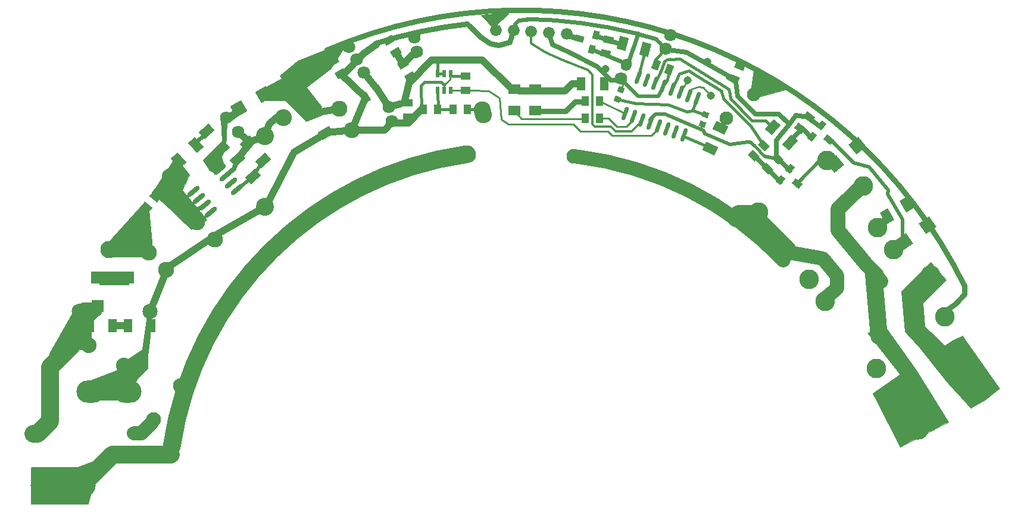
<source format=gbl>
G04 Layer: BottomLayer*
G04 EasyEDA Pro v1.9.29.eba1c1, 2023-03-01 16:56:33*
G04 Gerber Generator version 0.3*
G04 Scale: 100 percent, Rotated: No, Reflected: No*
G04 Dimensions in millimeters*
G04 Leading zeros omitted, absolute positions, 3 integers and 3 decimals*
%FSLAX33Y33*%
%MOMM*%
%AMOval*1,1,$1,$2,$3*1,1,$1,$4,$5*20,1,$1,$2,$3,$4,$5,0*%
%AMRect*21,1,$1,$2,0,0,$3*%
%ADD999C,0.2032*%
%ADD10C,2.5*%
%ADD11C,2.159*%
%ADD12C,2.413*%
%ADD13C,0.0254*%
%ADD14C,2.000001*%
%ADD15C,1.952219*%
%ADD16C,1.7920*%
%ADD17C,1.789095*%
%ADD18Oval,1.5X0.049438X0.13583X-0.049438X-0.13583*%
%ADD19C,2.412926*%
%ADD20C,2.412921*%
%ADD21C,2.291243*%
%ADD22C,2.161591*%
%ADD23C,2.240384*%
%ADD24Oval,3.180001X0.409999X0.0X-0.409999X0.0*%
%ADD25Oval,3.180001X-0.205X0.35507X0.205X-0.35507*%
%ADD26Oval,3.180001X-0.235166X0.335852X0.235166X-0.335852*%
%ADD27C,2.465913*%
%ADD28C,2.465908*%
%ADD29C,2.100001*%
%ADD30C,2.567109*%
%ADD31C,1.78909*%
%ADD32C,1.804939*%
%ADD33C,1.804934*%
%ADD34C,2.119452*%
%ADD35C,1.672984*%
%ADD36C,1.672989*%
%ADD37R,1.3X1.899999*%
%ADD38Rect,1.3X1.899999X-138.0*%
%ADD39Rect,1.3X1.899999X132.0*%
%ADD40Rect,1.3X1.899999X165.0*%
%ADD41Rect,1.3X1.899999X138.0*%
%ADD42Rect,1.3X1.899999X-150.0*%
%ADD43R,1.4X1.000001*%
%ADD44Rect,1.4X1.000001X30.0*%
%ADD45R,1.000001X1.4*%
%ADD46R,1.000001X1.4*%
%ADD47Rect,1.4X1.000001X-40.0*%
%ADD48Rect,1.4X1.000001X-150.0*%
%ADD49Rect,1.4X1.000001X167.0*%
%ADD50Rect,1.4X1.000001X135.0*%
%ADD51Rect,1.4X1.000001X140.0*%
%ADD52Rect,1.4X1.000001X300.0*%
%ADD53Rect,1.3X1.899999X120.0*%
%ADD54R,1.799999X1.799999*%
%ADD55Rect,1.799999X1.799999X-150.0*%
%ADD56Rect,1.799999X1.799999X40.0*%
%ADD57Rect,1.799999X1.799999X35.0*%
%ADD58Oval,0.700001X-0.536231X-0.449951X0.536231X0.449951*%
%ADD59Rect,0.850001X1.2X140.0*%
%ADD60Rect,1.3X0.900001X140.0*%
%ADD61Rect,0.850001X1.2X-15.0*%
%ADD62Rect,1.3X0.900001X-15.0*%
%ADD63C,2.436073*%
%ADD64Rect,1.4X1.000001X157.0*%
%ADD65R,1.699999X1.45*%
%ADD66R,1.000001X1.4*%
%ADD67Oval,0.573989X0.25036X0.687857X-0.25036X-0.687857*%
%ADD68Rect,1.3X1.899999X-115.0*%
%ADD69Rect,0.799998X0.899998X70.0*%
%ADD70Rect,0.806475X0.864006X250.0*%
%ADD71R,0.532003X1.072007*%
%ADD72Rect,1.4X1.000001X70.0*%
%ADD73C,2.794*%
%ADD74C,1.143*%
%ADD75C,0.599999*%
%ADD76C,0.800001*%
%ADD77C,0.700001*%
%ADD78C,1.000001*%
%ADD79C,0.499999*%
%ADD80C,0.299999*%
%ADD81C,0.508*%
%ADD82C,0.762*%
%ADD83C,0.254*%
%ADD84C,2.54*%
%ADD85C,0.381*%
%ADD86C,0.650001*%
%ADD87C,0.650001*%
%ADD88C,2.032*%
%ADD89C,2.286*%
%ADD90C,2.99974*%
%ADD91C,1.016*%
%ADD92C,0.635*%
G75*


G04 Copper Start*
G36*
G01X617930Y559638D02*
G01X616241Y553291D01*
G01X608178Y553313D01*
G01Y558444D01*
G01X614807D01*
G03X614843Y558451I0J102D01*
G01X617930Y559638D01*
G37*
G36*
G01X610801Y569067D02*
G01X610801Y574756D01*
G01X614337Y580816D01*
G01X615441Y581920D01*
G01X618091D01*
G01Y580515D01*
G01X617225Y579649D01*
G01X616724Y579148D01*
G03X616694Y579076I72J-72D01*
G01Y576122D01*
G01X615864Y575293D01*
G01X614095D01*
G03X614023Y575263I0J-102D01*
G01X612612Y573852D01*
G01X611999Y573239D01*
G03X611969Y573167I72J-72D01*
G01Y569320D01*
G01X610801Y569067D01*
G37*
G36*
G01X623197Y571081D02*
G01X622060Y568076D01*
G01X616636Y568152D01*
G01X616432Y570756D01*
G01X621473Y572705D01*
G03X621530Y572760I-37J95D01*
G01X621992Y573843D01*
G01X624017Y575222D01*
G03X624061Y575291I-57J84D01*
G01X624829Y580664D01*
G01X625515Y580257D01*
G03X625100Y579138I1302J-1119D01*
G01Y577114D01*
G01X624692Y574371D01*
G01X624690Y574356D01*
G01Y572587D01*
G01X623220Y571117D01*
G03X623197Y571081I72J-72D01*
G37*
G36*
G01X619333Y588486D02*
G01X618572Y589757D01*
G01X623893Y595688D01*
G01X624868Y595104D01*
G01X625453Y588791D01*
G01X625148Y588486D01*
G01X619333D01*
G37*
G36*
G01X634277Y600419D02*
G01X633596Y600833D01*
G01X632649Y602200D01*
G01X635336Y604887D01*
G03X635366Y604959I-72J72D01*
G01X635365Y604965D01*
G01X635188Y608010D01*
G01X637978Y610193D01*
G01X638504Y609352D01*
G01X636432Y607767D01*
G01X636067Y607645D01*
G03X635998Y607555I32J-96D01*
G01X635797Y604052D01*
G01X635211Y602759D01*
G03X635202Y602717I93J-42D01*
G03X635207Y602685I102J0D01*
G01X635654Y601321D01*
G01X634277Y600419D01*
G37*
G36*
G01X649892Y608801D02*
G01X647310Y607844D01*
G01X644380Y610773D01*
G03X644308Y610803I-72J-72D01*
G01X641151D01*
G01X640551Y612077D01*
G01X643699Y613772D01*
G01X647705Y609476D01*
G03X647779Y609444I74J69D01*
G01X649740Y609445D01*
G01X649892Y608801D01*
G37*
G36*
G01X648507Y608799D02*
G01X647459Y608915D01*
G01X643631Y614262D01*
G01X646150Y616371D01*
G01X652365Y618804D01*
G01X652749Y618419D01*
G01X651193Y616066D01*
G01X650676Y615284D01*
G01X647381Y612707D01*
G03X647342Y612627I63J-80D01*
G03X647363Y612565I102J0D01*
G01X649481Y609820D01*
G01X648507Y608799D01*
G37*
G36*
G01X673949Y621121D02*
G01X672181Y622889D01*
G01X676061Y623228D01*
G03X675999Y623170I720J-840D01*
G01X673949Y621121D01*
G37*
G54D999*
G01X617930Y559638D02*
G01X616241Y553291D01*
G01X608178Y553313D01*
G01Y558444D01*
G01X614807D01*
G03X614843Y558451I0J102D01*
G01X617930Y559638D01*
G01X610801Y569067D02*
G01X610801Y574756D01*
G01X614337Y580816D01*
G01X615441Y581920D01*
G01X618091D01*
G01Y580515D01*
G01X617225Y579649D01*
G01X616724Y579148D01*
G03X616694Y579076I72J-72D01*
G01Y576122D01*
G01X615864Y575293D01*
G01X614095D01*
G03X614023Y575263I0J-102D01*
G01X612612Y573852D01*
G01X611999Y573239D01*
G03X611969Y573167I72J-72D01*
G01Y569320D01*
G01X610801Y569067D01*
G01X623197Y571081D02*
G01X622060Y568076D01*
G01X616636Y568152D01*
G01X616432Y570756D01*
G01X621473Y572705D01*
G03X621530Y572760I-37J95D01*
G01X621992Y573843D01*
G01X624017Y575222D01*
G03X624061Y575291I-57J84D01*
G01X624829Y580664D01*
G01X625515Y580257D01*
G03X625100Y579138I1302J-1119D01*
G01Y577114D01*
G01X624692Y574371D01*
G01X624690Y574356D01*
G01Y572587D01*
G01X623220Y571117D01*
G03X623197Y571081I72J-72D01*
G01X619333Y588486D02*
G01X618572Y589757D01*
G01X623893Y595688D01*
G01X624868Y595104D01*
G01X625453Y588791D01*
G01X625148Y588486D01*
G01X619333D01*
G01X634277Y600419D02*
G01X633596Y600833D01*
G01X632649Y602200D01*
G01X635336Y604887D01*
G03X635366Y604959I-72J72D01*
G01X635365Y604965D01*
G01X635188Y608010D01*
G01X637978Y610193D01*
G01X638504Y609352D01*
G01X636432Y607767D01*
G01X636067Y607645D01*
G03X635998Y607555I32J-96D01*
G01X635797Y604052D01*
G01X635211Y602759D01*
G03X635202Y602717I93J-42D01*
G03X635207Y602685I102J0D01*
G01X635654Y601321D01*
G01X634277Y600419D01*
G01X649892Y608801D02*
G01X647310Y607844D01*
G01X644380Y610773D01*
G03X644308Y610803I-72J-72D01*
G01X641151D01*
G01X640551Y612077D01*
G01X643699Y613772D01*
G01X647705Y609476D01*
G03X647779Y609444I74J69D01*
G01X649740Y609445D01*
G01X649892Y608801D01*
G01X648507Y608799D02*
G01X647459Y608915D01*
G01X643631Y614262D01*
G01X646150Y616371D01*
G01X652365Y618804D01*
G01X652749Y618419D01*
G01X651193Y616066D01*
G01X650676Y615284D01*
G01X647381Y612707D01*
G03X647342Y612627I63J-80D01*
G03X647363Y612565I102J0D01*
G01X649481Y609820D01*
G01X648507Y608799D01*
G01X673949Y621121D02*
G01X672181Y622889D01*
G01X676061Y623228D01*
G03X675999Y623170I720J-840D01*
G01X673949Y621121D01*
G04 Copper End*

G04 PolygonModel Start*
G54D10*
G01X670124Y603130D02*
G03X628142Y561467I6873J-48908D01*
G54D11*
G01X723138Y595630D02*
G01X726329Y598664D01*
G54D12*
G01X728734Y577239D02*
G01X727926Y586024D01*
G36*
G01X621984Y586364D02*
G01X617876Y586364D01*
G01Y584566D01*
G01X621984D01*
G01Y586364D01*
G37*
G54D13*
G01X621984Y586364D02*
G01X617876Y586364D01*
G01Y584566D01*
G01X621984D01*
G01Y586364D01*
G36*
G01X734441Y575691D02*
G01X732409Y577850D01*
G01X731901Y583565D01*
G01X736092Y587756D01*
G01X738251Y585216D01*
G01X734949Y581914D01*
G01X735203Y578612D01*
G01X738124Y575818D01*
G02X740664Y577215I5438J-6880D01*
G01X745871Y569722D01*
G02X741807Y566928I-10886J11481D01*
G01X738378Y570738D01*
G01X734441Y575691D01*
G37*
G01X734441Y575691D02*
G01X732409Y577850D01*
G01X731901Y583565D01*
G01X736092Y587756D01*
G01X738251Y585216D01*
G01X734949Y581914D01*
G01X735203Y578612D01*
G01X738124Y575818D01*
G02X740664Y577215I5438J-6880D01*
G01X745871Y569722D01*
G02X741807Y566928I-10886J11481D01*
G01X738378Y570738D01*
G01X734441Y575691D01*
G36*
G01X626067Y597008D02*
G01X628015Y595249D01*
G01X630936Y592455D01*
G01X631317Y592709D01*
G01X632460Y592963D01*
G01X633095Y593852D01*
G01X629666Y598043D01*
G01X630682Y600202D01*
G01X628734Y602723D01*
G01X625913Y598418D01*
G01X625348Y597662D01*
G01X626067Y597008D01*
G37*
G01X626067Y597008D02*
G01X628015Y595249D01*
G01X630936Y592455D01*
G01X631317Y592709D01*
G01X632460Y592963D01*
G01X633095Y593852D01*
G01X629666Y598043D01*
G01X630682Y600202D01*
G01X628734Y602723D01*
G01X625913Y598418D01*
G01X625348Y597662D01*
G01X626067Y597008D01*
G36*
G01X731774Y561467D02*
G01X727837Y569087D01*
G01X731774Y571754D01*
G01X727075Y577723D01*
G01X729869Y578231D01*
G01X734060Y572389D01*
G01X738632Y565023D01*
G01X731774Y561467D01*
G37*
G01X731774Y561467D02*
G01X727837Y569087D01*
G01X731774Y571754D01*
G01X727075Y577723D01*
G01X729869Y578231D01*
G01X734060Y572389D01*
G01X738632Y565023D01*
G01X731774Y561467D01*
G36*
G01X710565Y612648D02*
G01X710438Y610997D01*
G01X715988Y612446D01*
G01X711038Y615721D01*
G01X710565Y612648D01*
G37*
G01X710565Y612648D02*
G01X710438Y610997D01*
G01X715988Y612446D01*
G01X711038Y615721D01*
G01X710565Y612648D01*
G54D14*
G01X715137Y588010D02*
G03X685800Y602778I-35282J-33567D01*
G04 PolygonModel End*

G04 Pad Start*
G54D15*
G01X710878Y611623D03*
G01X707015Y608275D03*
G54D17*
G01X699103Y620140D03*
G01X698392Y618189D03*
G54D18*
G01X692766Y615870D03*
G54D17*
G01X692055Y613919D03*
G01X663027Y617720D03*
G01X662666Y619765D03*
G01X659043Y609862D03*
G01X659404Y607817D03*
G54D19*
G01X644003Y608356D03*
G54D20*
G01X644897Y613428D03*
G54D21*
G01X652012Y609628D03*
G01X653766Y606590D03*
G01X631779Y593418D03*
G01X634259Y590937D03*
G01X624896Y589147D03*
G01X627376Y586667D03*
G54D22*
G01X625098Y580689D03*
G01X615001Y580737D03*
G54D23*
G01X616338Y575875D03*
G01X621351Y573054D03*
G54D24*
G01X616627Y569341D03*
G01X621822Y569341D03*
G01X610105Y555892D03*
G01X615300Y555892D03*
G54D25*
G01X734004Y564428D03*
G01X731407Y568927D03*
G54D26*
G01X742791Y569925D03*
G01X739811Y574180D03*
G54D27*
G01X627948Y599898D03*
G54D28*
G01X619202Y589543D03*
G54D29*
G01X625560Y565361D03*
G01X629378Y570124D03*
G54D30*
G01X641413Y595607D03*
G01X641440Y605679D03*
G54D31*
G01X637623Y606330D03*
G01X635910Y608372D03*
G54D32*
G01X653368Y618434D03*
G54D33*
G01X654426Y616602D03*
G54D32*
G01X655483Y614770D03*
G54D34*
G01X685342Y602848D03*
G01X670320Y602959D03*
G54D14*
G01X622799Y563409D03*
G01X608435Y563292D03*
G54D35*
G01X684360Y620277D03*
G54D36*
G01X681832Y620478D03*
G01X679253Y620595D03*
G01X676759Y620762D03*
G01X674281Y620796D03*
G54D37*
G01X616478Y578688D03*
G01X619768Y578688D03*
G01X621954Y578688D03*
G01X625244Y578688D03*
G54D38*
G01X629128Y602274D03*
G01X631573Y604475D03*
G54D39*
G01X637472Y602420D03*
G01X639673Y599975D03*
G01X638990Y604716D03*
G01X641191Y602271D03*
G01X633148Y606389D03*
G01X635350Y603944D03*
G54D37*
G01X686365Y613154D03*
G01X689655Y613154D03*
G54D40*
G01X692321Y618931D03*
G01X695499Y618079D03*
G54D41*
G01X713659Y606992D03*
G01X716104Y604791D03*
G54D42*
G01X729864Y594292D03*
G01X732713Y595936D03*
G54D43*
G01X661718Y610463D03*
G01X661718Y608443D03*
G54D44*
G01X661060Y615925D03*
G01X662070Y614176D03*
G54D45*
G01X665962Y609552D03*
G01X663942Y609552D03*
G54D46*
G01X670153Y609552D03*
G01X668133Y609552D03*
G54D47*
G01X625815Y597091D03*
G01X624517Y595544D03*
G54D48*
G01X652126Y614625D03*
G01X651116Y616374D03*
G01X659994Y617626D03*
G01X658984Y619375D03*
G54D49*
G01X689814Y617473D03*
G01X690269Y619440D03*
G54D50*
G01X710937Y602950D03*
G01X712365Y604378D03*
G01X712842Y601045D03*
G01X714270Y602473D03*
G54D51*
G01X717486Y606836D03*
G01X718784Y608383D03*
G54D52*
G01X657454Y612242D03*
G01X655705Y611232D03*
G54D53*
G01X648410Y609008D03*
G01X650055Y606159D03*
G54D54*
G01X617554Y585554D03*
G01X617580Y581509D03*
G01X621867Y589610D03*
G01X621894Y585565D03*
G54D55*
G01X637720Y609614D03*
G01X641210Y611660D03*
G54D56*
G01X725627Y604339D03*
G01X722546Y601718D03*
G54D57*
G01X735661Y593011D03*
G01X732362Y590669D03*
G54D58*
G01X631227Y597824D03*
G01X632043Y596851D03*
G01X632859Y595878D03*
G01X633676Y594905D03*
G01X637423Y598050D03*
G01X636607Y599023D03*
G01X635790Y599996D03*
G01X634974Y600968D03*
G54D59*
G01X719205Y605657D03*
G01X720557Y607268D03*
G54D60*
G01X721543Y605191D03*
G54D61*
G01X688441Y620128D03*
G01X687896Y618096D03*
G54D62*
G01X686124Y619562D03*
G54D63*
G01X672371Y609108D03*
G01X672280Y609446D03*
G01X672456Y608790D03*
G54D59*
G01X714760Y599434D03*
G01X716112Y601045D03*
G54D60*
G01X717098Y598968D03*
G54D64*
G01X708159Y613826D03*
G01X708948Y615685D03*
G54D65*
G01X679826Y609349D03*
G01X679826Y612359D03*
G54D66*
G01X686969Y608251D03*
G01X688989Y608251D03*
G01X686969Y610664D03*
G01X688989Y610664D03*
G54D65*
G01X676905Y609349D03*
G01X676905Y612359D03*
G54D67*
G01X694508Y614103D03*
G01X695702Y613669D03*
G01X696895Y613235D03*
G01X698088Y612800D03*
G01X699282Y612366D03*
G01X700475Y611932D03*
G01X701669Y611497D03*
G01X702862Y611063D03*
G01X692614Y608899D03*
G01X693807Y608465D03*
G01X695001Y608030D03*
G01X696194Y607596D03*
G01X697388Y607162D03*
G01X698581Y606727D03*
G01X699774Y606293D03*
G01X700968Y605859D03*
G54D68*
G01X704759Y603942D03*
G01X706150Y606924D03*
G54D69*
G01X704073Y608734D03*
G01X703595Y607418D03*
G54D70*
G01X691511Y610924D03*
G01X692027Y612340D03*
G54D71*
G01X667827Y612261D03*
G01X666877Y612261D03*
G01X665927Y612261D03*
G01X665927Y614559D03*
G01X666877Y614559D03*
G01X667827Y614559D03*
G54D43*
G01X669973Y614273D03*
G01X669973Y612253D03*
G54D72*
G01X696999Y615885D03*
G01X698897Y615194D03*
G54D73*
G01X721096Y582178D03*
G01X736047Y585933D03*
G01X738061Y579937D03*
G01X730839Y589521D03*
G01X728317Y572596D03*
G01X711571Y594878D03*
G01X726522Y598633D03*
G01X728536Y592637D03*
G01X721314Y602221D03*
G01X718792Y585296D03*
G54D74*
G01X704850Y611505D03*
G01X701548Y613664D03*
G01X713208Y612661D03*
G01X704342Y616331D03*
G01X689864Y615315D03*
G04 Pad End*

G04 Track Start*
G54D75*
G01X677001Y621705D02*
G01X677499Y622202D01*
G01X676713Y620777D02*
G01X677001Y621705D01*
G54D76*
G01X676199Y619119D02*
G01X676713Y620777D01*
G01X684519Y620032D02*
G01X686124Y619562D01*
G01X674561Y618677D02*
G01X676199Y619119D01*
G01X673431Y618890D02*
G01X674561Y618677D01*
G01X672087Y619822D02*
G01X673431Y618890D01*
G01X670482Y621427D02*
G01X672087Y619822D01*
G54D77*
G01X681714Y620527D02*
G01X682281Y618772D01*
G01X684702Y617666D01*
G54D75*
G01X631287Y604724D02*
G01X633108Y606107D01*
G54D77*
G01X688545Y619896D02*
G01X692140Y618755D01*
G01X716063Y605018D02*
G01X717829Y606784D01*
G54D78*
G01X619768Y578688D02*
G01X621954Y578688D01*
G01X637623Y606330D02*
G01X638895Y605081D01*
G01X638990Y604716D01*
G01X639176Y604801D01*
G01X642017Y607362D02*
G01X643011Y608356D01*
G01X641440Y605679D02*
G01X642017Y607362D01*
G01X639909Y605077D02*
G01X641440Y605679D01*
G01X639176Y604801D02*
G01X639556Y604974D01*
G01X639515Y604922D02*
G01X639556Y604974D01*
G01X639308Y604669D02*
G01X639515Y604922D01*
G01X639204Y604542D02*
G01X639308Y604669D01*
G01X638537Y603724D02*
G01X639204Y604542D01*
G01X637472Y602420D02*
G01X638537Y603724D01*
G54D77*
G01X636972Y601026D02*
G01X637472Y602420D01*
G54D79*
G01X640281Y600894D02*
G01X641191Y602271D01*
G01X639673Y599975D02*
G01X640281Y600894D01*
G01X638295Y598796D02*
G01X639673Y599975D01*
G01X637423Y598050D02*
G01X638295Y598796D01*
G54D78*
G01X655466Y617437D02*
G01X657203Y618778D01*
G54D75*
G01X692244Y616310D02*
G01X692951Y615966D01*
G01X689748Y617307D02*
G01X692244Y616310D01*
G01X687886Y618052D02*
G01X689748Y617307D01*
G54D78*
G01X685060Y613154D02*
G01X686365Y613154D01*
G54D76*
G01X737204Y580049D02*
G01X739582Y581850D01*
G54D77*
G01X635790Y599996D02*
G01X636972Y601026D01*
G54D80*
G01X679274Y618941D02*
G01X679274Y620598D01*
G01X679274Y618941D02*
G01X681269Y617675D01*
G01X683716Y616570D01*
G01X687347Y615092D01*
G01X687973Y614466D01*
G54D77*
G01X688618Y615645D02*
G01X690598Y613665D01*
G01X692182D01*
G01X684702Y617666D02*
G01X688618Y615645D01*
G54D81*
G01X687904Y602117D02*
G01X687151Y602869D01*
G01X686909D01*
G01X665480Y602107D02*
G01X669468Y602107D01*
G01X670320Y602959D01*
G54D80*
G01X687973Y607368D02*
G01X688281Y607060D01*
G01X687973Y607368D02*
G01X687973Y614466D01*
G54D82*
G01X679826Y609222D02*
G01X684152Y609222D01*
G01X685546Y610616D01*
G01X686921D01*
G01X686969Y610664D01*
G54D83*
G01X686969Y608251D02*
G01X686921Y608203D01*
G01X677924D01*
G01X676905Y609222D01*
G01X685238Y607441D02*
G01X686254Y606425D01*
G01X676021Y607441D02*
G01X685238Y607441D01*
G54D84*
G01X619732Y560324D02*
G01X615300Y555892D01*
G01X610870Y572770D02*
G01X613918Y575818D01*
G01X628032Y560324D02*
G01X619732Y560324D01*
G54D75*
G01X677499Y622202D02*
G01X679260Y622410D01*
G54D77*
G01X717829Y606784D02*
G01X719043Y605570D01*
G54D76*
G01X739582Y581850D02*
G01X740918Y583186D01*
G01Y584327D01*
G01Y584454D01*
G54D79*
G01X729925Y597408D02*
G01X732059Y593843D01*
G01Y590422D01*
G01X730021Y597987D02*
G01X729925Y597408D01*
G54D82*
G01X729864Y594292D02*
G01X728459Y592887D01*
G01X728315D01*
G54D85*
G01X712572Y607949D02*
G01X713423Y607098D01*
G54D86*
G01X715956Y607384D02*
G01X715960Y607384D01*
G54D79*
G01X727375Y601320D02*
G01X730021Y597987D01*
G01X721741Y605282D02*
G01X725120Y601903D01*
G01X727375Y601320D01*
G54D84*
G01X610870Y565092D02*
G01X610870Y572770D01*
G01X609070Y563292D02*
G01X610870Y565092D01*
G01X609070Y563292D02*
G01X608465Y563292D01*
G54D14*
G01X622799Y563409D02*
G01X623861Y563409D01*
G01X625433Y564980D01*
G54D76*
G01X740918Y584327D02*
G03X650227Y617950I-63026J-30878D01*
G01X670183Y621663D02*
G03X657162Y618909I7716J-68638D01*
G54D75*
G01X697103Y619506D02*
G03X693983Y620379I-15492J-49351D01*
G03X678751Y622379I-16591J-67354D01*
G54D77*
G01X716958Y608630D02*
G01X718536Y608416D01*
G01X718784Y608383D01*
G01X718536Y608416D02*
G01X720248Y607161D01*
G01X715960Y607384D02*
G01X716958Y608630D01*
G54D85*
G01X694508Y614103D02*
G01X695499Y618079D01*
G54D81*
G01X697406Y611378D02*
G01X697979Y612573D01*
G01X694469Y611378D02*
G01X697406Y611378D01*
G54D83*
G01X692614Y608899D02*
G01X688989Y610664D01*
G01X692818Y607060D02*
G01X693807Y608050D01*
G01Y608465D01*
G54D80*
G01X693580Y606379D02*
G01X695001Y607800D01*
G01Y608030D01*
G54D83*
G01X696368Y605790D02*
G01X697388Y606810D01*
G01Y607162D01*
G54D77*
G01X714159Y602330D02*
G01X714397Y602092D01*
G01X715960Y607384D02*
G01X714159Y605134D01*
G54D87*
G01X714397Y602092D02*
G01X714811Y602092D01*
G01X716112Y600791D01*
G01X714760Y599180D02*
G01X711454Y602486D01*
G54D81*
G01X696194Y608056D02*
G01X696194Y607596D01*
G01X696976Y608838D02*
G01X696194Y608056D01*
G01X698265Y608838D02*
G01X696976Y608838D01*
G54D86*
G01X714502Y608838D02*
G01X715956Y607384D01*
G54D83*
G01X690140Y606425D02*
G01X690775Y605790D01*
G01X686254Y606425D02*
G01X690140Y606425D01*
G01X690775Y605790D02*
G01X696368Y605790D01*
G54D80*
G01X691237Y606379D02*
G01X690556Y607060D01*
G01X688281Y607060D02*
G01X690556Y607060D01*
G01X691237Y606379D02*
G01X693580Y606379D01*
G54D83*
G01X691422Y607060D02*
G01X690231Y608251D01*
G01X688989Y608251D02*
G01X690231Y608251D01*
G01X691422Y607060D02*
G01X692818Y607060D01*
G01X692027Y612340D02*
G01X692430Y613417D01*
G54D81*
G01X694469Y611378D02*
G01X692430Y613417D01*
G01X692182Y613665D01*
G54D85*
G01X691511Y610924D02*
G01X694182Y610362D01*
G01X698754Y610235D01*
G01X701421Y609219D01*
G01X702183Y609346D01*
G01X702634Y610485D01*
G54D83*
G01X702862Y611063D01*
G01X703467Y607544D02*
G01X703467Y606672D01*
G54D81*
G01X707517Y604520D02*
G01X710057Y604901D01*
G01X703467Y606672D02*
G01X698265Y608838D01*
G54D83*
G01X714270Y602473D02*
G01X714159Y602492D01*
G54D77*
G01X714159Y605134D02*
G01X714159Y602492D01*
G01Y602330D01*
G54D81*
G01X710057Y604901D02*
G01X710438Y604901D01*
G01X711073Y604266D01*
G54D85*
G01X712470Y602869D01*
G54D81*
G01X714159Y602492D01*
G54D85*
G01X700968Y605859D02*
G01X701056Y605646D01*
G01X704673Y604139D01*
G01X704759Y603942D01*
G54D78*
G01X625149Y580870D02*
G01X627585Y586956D01*
G01X634628Y591770D01*
G01X641587Y595699D01*
G01X645544Y603433D01*
G01X649673Y605868D01*
G54D85*
G01X666877Y614559D02*
G01X665927Y614559D01*
G01X665958Y616585D01*
G54D78*
G01X665099Y616585D02*
G01X665958Y616585D01*
G54D83*
G01X667766Y613791D02*
G01X667131Y613283D01*
G01X666877Y613029D01*
G01Y612261D01*
G54D85*
G01X665708Y609552D02*
G01X666013Y609552D01*
G01X668006D01*
G01X665927Y612261D02*
G01X666013Y609552D01*
G54D78*
G01X661775Y607530D02*
G01X663688Y609552D01*
G54D85*
G01X663575Y612902D01*
G01X664083Y613410D01*
G01X666496D01*
G01X666877Y613029D01*
G01X669973Y614273D02*
G01X668274Y614299D01*
G01X667808Y614325D01*
G54D83*
G01X667827Y614559D02*
G01X667808Y614325D01*
G01X667766Y613791D01*
G54D85*
G01X670026Y609552D02*
G01X672280Y609446D01*
G01X697611Y614807D02*
G01X696895Y613235D01*
G01X699066Y616654D02*
G03X698208Y616298I0J-1214D01*
G01X697611Y614828D02*
G01X697611Y614807D01*
G01X698088Y612800D02*
G01X698063Y612775D01*
G03X697979Y612573I202J-202D01*
G01X698088Y612800D02*
G03X698897Y614752I-1952J1952D01*
G01Y615194D01*
G01X696999Y615885D02*
G01X696999Y616740D01*
G01X697611Y614807D02*
G01X698208Y616298D01*
G54D81*
G01X703467Y606672D02*
G01X703736Y606560D01*
G01X703950Y606069D01*
G01X707517Y604520D01*
G01X717098Y598968D02*
G01X720581Y602450D01*
G01X721108D01*
G54D78*
G01X665958Y616585D02*
G01X672340Y616585D01*
G01X676565Y612359D01*
G01X677571Y612154D02*
G01X684060Y612154D01*
G01X685060Y613154D01*
G01X676565Y612359D02*
G01X676905Y612359D01*
G54D11*
G01X722884Y595376D02*
G01X723519Y596011D01*
G54D88*
G01X716026Y589153D02*
G01X720725Y588264D01*
G01X722757Y585851D01*
G01Y584073D01*
G01X720878Y582439D01*
G54D11*
G01X722884Y592288D02*
G01X722884Y595376D01*
G01X728345Y585978D02*
G01X726915Y587409D01*
G01X722884Y592288D01*
G01X728345Y585978D02*
G01X728345Y585724D01*
G54D89*
G01X733489Y582994D02*
G01X735775Y585280D01*
G01X738418Y573746D02*
G01X733489Y578675D01*
G01Y582994D01*
G54D85*
G01X702183Y609346D02*
G01X704073Y608734D01*
G54D86*
G01X707270Y614080D02*
G01X708406Y613410D01*
G54D85*
G01X707390Y612394D02*
G01X707491Y611686D01*
G01X700405Y616712D02*
G01X707390Y612394D01*
G01X699066Y616654D02*
G01X700405Y616712D01*
G01X706374Y612013D02*
G01X706374Y612140D01*
G01X706574Y611153D02*
G01X706374Y612013D01*
G01X706374Y612140D02*
G01X702904Y614294D01*
G54D83*
G01X701669Y611497D02*
G01X702056Y612394D01*
G01X703072Y612775D01*
G01X703707Y612648D01*
G01X704850Y611505D01*
G01X700475Y611932D02*
G01X701548Y613664D01*
G54D85*
G01X702904Y614294D02*
G01X701663Y615015D01*
G01X700351Y614577D01*
G01X699282Y612366D01*
G54D11*
G01X728345Y585724D02*
G01X728980Y585089D01*
G54D83*
G01X673227Y612140D02*
G01X674751Y611124D01*
G01X675005Y608076D02*
G01X676021Y607441D01*
G01X670870Y612266D02*
G01X673227Y612140D01*
G01X674751Y611124D02*
G01X675005Y608076D01*
G01X670870Y612266D02*
G01X667827Y612261D01*
G54D90*
G01X715497Y589428D02*
G01X710438Y594487D01*
G01X708787D01*
G01X708533Y594233D01*
G54D91*
G01X662405Y617270D02*
G01X662907Y617270D01*
G54D78*
G01X652654Y614625D02*
G01X655466Y617437D01*
G01X652654Y614625D02*
G01X652126Y614625D01*
G01X643011Y608356D02*
G01X644003Y608356D01*
G54D91*
G01X652126Y614625D02*
G01X655705Y611232D01*
G01X653766Y606590D01*
G01X650235Y606180D01*
G01X650055Y606159D01*
G54D78*
G01X649673Y605868D02*
G01X650235Y606180D01*
G54D91*
G01X655483Y614770D02*
G01X657454Y612242D01*
G01X659043Y609862D01*
G01X662405Y617270D02*
G01X661060Y615925D01*
G01X659994Y617626D02*
G01X661060Y615925D01*
G01X659043Y609862D02*
G01X660654Y610298D01*
G01X661222Y610452D02*
G01X661866Y613279D01*
G01X662070Y614176D01*
G54D78*
G01X661866Y613279D02*
G01X665099Y616585D01*
G01X653766Y606590D02*
G01X658406Y606590D01*
G01X659346Y607530D01*
G01X661775D01*
G54D91*
G01X648410Y609008D02*
G01X652012Y609628D01*
G54D85*
G01X631227Y597824D02*
G01X629920Y596773D01*
G01X632043Y596851D02*
G01X630555Y595757D01*
G01X632859Y595878D02*
G01X630936Y595122D01*
G01X633676Y594905D02*
G01X631779Y593418D01*
G54D86*
G01X708406Y613410D02*
G01X708624Y611414D01*
G01X711200Y608838D01*
G01X714502D01*
G54D85*
G01X707491Y611686D02*
G01X707642Y610999D01*
G01X710692Y607949D01*
G01X712572D01*
G01X712365Y604378D02*
G01X710467Y607161D01*
G01X706603Y611013D01*
G01X706574Y611153D01*
G54D75*
G01X697020Y619528D02*
G01X698392Y618189D01*
G54D85*
G01X698446Y618187D01*
G54D75*
G01X692951Y615966D02*
G01X694487Y620369D01*
G54D92*
G01X701338Y617636D02*
G01X698290Y618030D01*
G54D85*
G01X696999Y616740D02*
G01X698290Y618030D01*
G01X698446Y618187D01*
G54D92*
G01X708159Y613826D02*
G01X701338Y617636D01*
G04 Track End*

M02*

</source>
